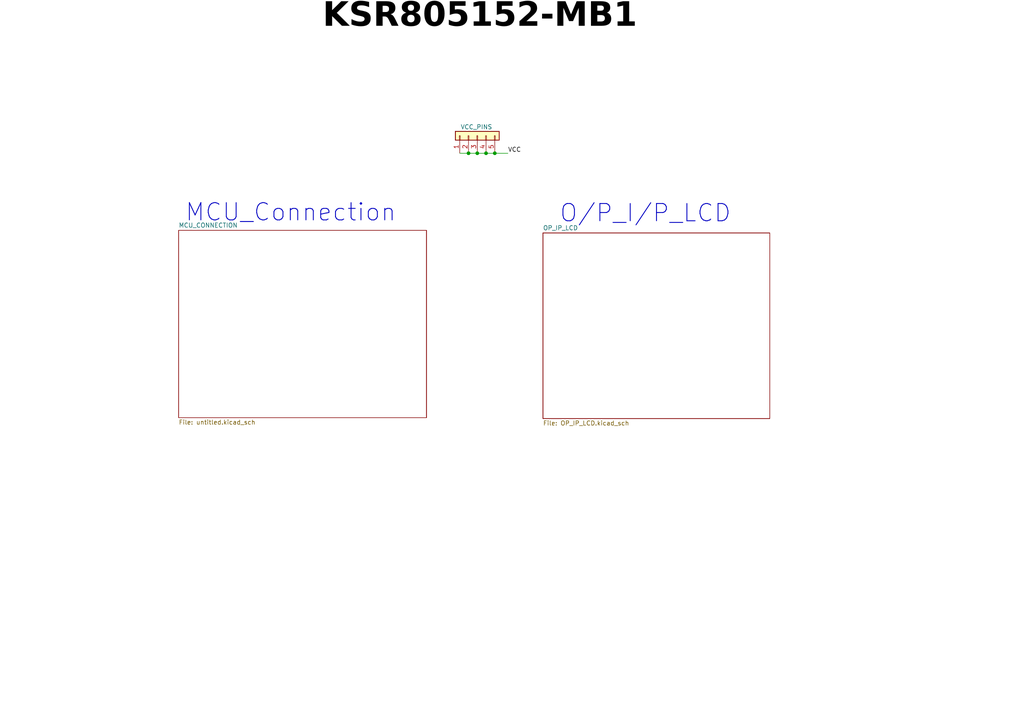
<source format=kicad_sch>
(kicad_sch
	(version 20231120)
	(generator "eeschema")
	(generator_version "8.0")
	(uuid "99a522d0-89f2-4624-8a03-f80309163bf2")
	(paper "A4")
	(title_block
		(title "8051_DEV_BOARD")
		(date "2025-02-09")
		(company "techMake")
		(comment 1 "KRISHNENDU DINDA")
		(comment 2 "reachtodinda@gmail.com")
		(comment 3 "krishnendudinda404@gmail.com")
		(comment 4 "9134412458")
	)
	(lib_symbols
		(symbol "Connector_Generic:Conn_01x05"
			(pin_names
				(offset 1.016) hide)
			(exclude_from_sim no)
			(in_bom yes)
			(on_board yes)
			(property "Reference" "J"
				(at 0 7.62 0)
				(effects
					(font
						(size 1.27 1.27)
					)
				)
			)
			(property "Value" "Conn_01x05"
				(at 0 -7.62 0)
				(effects
					(font
						(size 1.27 1.27)
					)
				)
			)
			(property "Footprint" ""
				(at 0 0 0)
				(effects
					(font
						(size 1.27 1.27)
					)
					(hide yes)
				)
			)
			(property "Datasheet" "~"
				(at 0 0 0)
				(effects
					(font
						(size 1.27 1.27)
					)
					(hide yes)
				)
			)
			(property "Description" "Generic connector, single row, 01x05, script generated (kicad-library-utils/schlib/autogen/connector/)"
				(at 0 0 0)
				(effects
					(font
						(size 1.27 1.27)
					)
					(hide yes)
				)
			)
			(property "ki_keywords" "connector"
				(at 0 0 0)
				(effects
					(font
						(size 1.27 1.27)
					)
					(hide yes)
				)
			)
			(property "ki_fp_filters" "Connector*:*_1x??_*"
				(at 0 0 0)
				(effects
					(font
						(size 1.27 1.27)
					)
					(hide yes)
				)
			)
			(symbol "Conn_01x05_1_1"
				(rectangle
					(start -1.27 -4.953)
					(end 0 -5.207)
					(stroke
						(width 0.1524)
						(type default)
					)
					(fill
						(type none)
					)
				)
				(rectangle
					(start -1.27 -2.413)
					(end 0 -2.667)
					(stroke
						(width 0.1524)
						(type default)
					)
					(fill
						(type none)
					)
				)
				(rectangle
					(start -1.27 0.127)
					(end 0 -0.127)
					(stroke
						(width 0.1524)
						(type default)
					)
					(fill
						(type none)
					)
				)
				(rectangle
					(start -1.27 2.667)
					(end 0 2.413)
					(stroke
						(width 0.1524)
						(type default)
					)
					(fill
						(type none)
					)
				)
				(rectangle
					(start -1.27 5.207)
					(end 0 4.953)
					(stroke
						(width 0.1524)
						(type default)
					)
					(fill
						(type none)
					)
				)
				(rectangle
					(start -1.27 6.35)
					(end 1.27 -6.35)
					(stroke
						(width 0.254)
						(type default)
					)
					(fill
						(type background)
					)
				)
				(pin passive line
					(at -5.08 5.08 0)
					(length 3.81)
					(name "Pin_1"
						(effects
							(font
								(size 1.27 1.27)
							)
						)
					)
					(number "1"
						(effects
							(font
								(size 1.27 1.27)
							)
						)
					)
				)
				(pin passive line
					(at -5.08 2.54 0)
					(length 3.81)
					(name "Pin_2"
						(effects
							(font
								(size 1.27 1.27)
							)
						)
					)
					(number "2"
						(effects
							(font
								(size 1.27 1.27)
							)
						)
					)
				)
				(pin passive line
					(at -5.08 0 0)
					(length 3.81)
					(name "Pin_3"
						(effects
							(font
								(size 1.27 1.27)
							)
						)
					)
					(number "3"
						(effects
							(font
								(size 1.27 1.27)
							)
						)
					)
				)
				(pin passive line
					(at -5.08 -2.54 0)
					(length 3.81)
					(name "Pin_4"
						(effects
							(font
								(size 1.27 1.27)
							)
						)
					)
					(number "4"
						(effects
							(font
								(size 1.27 1.27)
							)
						)
					)
				)
				(pin passive line
					(at -5.08 -5.08 0)
					(length 3.81)
					(name "Pin_5"
						(effects
							(font
								(size 1.27 1.27)
							)
						)
					)
					(number "5"
						(effects
							(font
								(size 1.27 1.27)
							)
						)
					)
				)
			)
		)
	)
	(junction
		(at 138.43 44.45)
		(diameter 0)
		(color 0 0 0 0)
		(uuid "2b86294a-3397-4491-9688-2aac7588c831")
	)
	(junction
		(at 143.51 44.45)
		(diameter 0)
		(color 0 0 0 0)
		(uuid "41e759da-e502-439b-b037-d056d5a8efaa")
	)
	(junction
		(at 140.97 44.45)
		(diameter 0)
		(color 0 0 0 0)
		(uuid "7c6f1a3f-a8e6-4872-845b-d628e07d0a9a")
	)
	(junction
		(at 135.89 44.45)
		(diameter 0)
		(color 0 0 0 0)
		(uuid "8bbd60ca-5b87-40f8-b4a9-f47e37272628")
	)
	(wire
		(pts
			(xy 143.51 44.45) (xy 147.32 44.45)
		)
		(stroke
			(width 0)
			(type default)
		)
		(uuid "25662fae-abdf-4069-84c1-5cb4946d0f52")
	)
	(wire
		(pts
			(xy 140.97 44.45) (xy 143.51 44.45)
		)
		(stroke
			(width 0)
			(type default)
		)
		(uuid "8f796a28-8d40-429a-899b-3983bdafc80a")
	)
	(wire
		(pts
			(xy 133.35 44.45) (xy 135.89 44.45)
		)
		(stroke
			(width 0)
			(type default)
		)
		(uuid "9383b383-918a-451a-8d10-f293a8c66d2f")
	)
	(wire
		(pts
			(xy 138.43 44.45) (xy 140.97 44.45)
		)
		(stroke
			(width 0)
			(type default)
		)
		(uuid "bc2bc4a7-a411-4cd4-91cb-96aecf085e1b")
	)
	(wire
		(pts
			(xy 135.89 44.45) (xy 138.43 44.45)
		)
		(stroke
			(width 0)
			(type default)
		)
		(uuid "fdc4c85c-f541-43dc-bc1e-96cc8aa12c8b")
	)
	(text "MCU_Connection"
		(exclude_from_sim no)
		(at 84.328 61.722 0)
		(effects
			(font
				(size 5 5)
				(thickness 0.254)
				(bold yes)
			)
		)
		(uuid "1418e132-b10a-40ba-9c20-82e2ab646de5")
	)
	(text "O/P_I/P_LCD"
		(exclude_from_sim no)
		(at 187.198 61.976 0)
		(effects
			(font
				(size 5 5)
				(thickness 0.254)
				(bold yes)
			)
		)
		(uuid "766a6f38-4cd1-469c-b094-e00bec8526b4")
	)
	(text "KSR805152-MB1"
		(exclude_from_sim no)
		(at 139.192 6.604 0)
		(effects
			(font
				(face "Calibri")
				(size 7 7)
				(thickness 2)
				(bold yes)
				(color 0 0 0 1)
			)
		)
		(uuid "80090313-a38b-4f58-b077-ec45edb62ea1")
	)
	(label "VCC"
		(at 147.32 44.45 0)
		(fields_autoplaced yes)
		(effects
			(font
				(size 1.27 1.27)
			)
			(justify left bottom)
		)
		(uuid "cedddf17-197e-483d-8eb1-9b7937ce09ac")
	)
	(symbol
		(lib_id "Connector_Generic:Conn_01x05")
		(at 138.43 39.37 90)
		(unit 1)
		(exclude_from_sim no)
		(in_bom yes)
		(on_board yes)
		(dnp no)
		(uuid "7c852a3a-4662-4d63-89c0-c91de89b4e9c")
		(property "Reference" "J9"
			(at 138.43 33.02 90)
			(effects
				(font
					(size 1.27 1.27)
				)
				(hide yes)
			)
		)
		(property "Value" "VCC_PINS"
			(at 138.176 36.83 90)
			(effects
				(font
					(size 1.27 1.27)
				)
			)
		)
		(property "Footprint" "Connector_PinHeader_2.54mm:PinHeader_1x05_P2.54mm_Vertical"
			(at 138.43 39.37 0)
			(effects
				(font
					(size 1.27 1.27)
				)
				(hide yes)
			)
		)
		(property "Datasheet" "~"
			(at 138.43 39.37 0)
			(effects
				(font
					(size 1.27 1.27)
				)
				(hide yes)
			)
		)
		(property "Description" "Generic connector, single row, 01x05, script generated (kicad-library-utils/schlib/autogen/connector/)"
			(at 138.43 39.37 0)
			(effects
				(font
					(size 1.27 1.27)
				)
				(hide yes)
			)
		)
		(pin "2"
			(uuid "1a6215a7-eb2b-4516-a7de-412131e6204e")
		)
		(pin "3"
			(uuid "741b87fd-c571-4f5c-8804-484a151c2799")
		)
		(pin "4"
			(uuid "3eb0a4d4-104d-4403-8ee7-cb237d2c5657")
		)
		(pin "1"
			(uuid "a1e78c47-1221-491c-9fe9-38686b0777ed")
		)
		(pin "5"
			(uuid "c0b8ec49-bc86-4e4a-bc85-684174920ad8")
		)
		(instances
			(project "8051_DEVboard"
				(path "/99a522d0-89f2-4624-8a03-f80309163bf2"
					(reference "J9")
					(unit 1)
				)
			)
		)
	)
	(sheet
		(at 157.48 67.564)
		(size 65.786 53.848)
		(fields_autoplaced yes)
		(stroke
			(width 0.1524)
			(type solid)
		)
		(fill
			(color 0 0 0 0.0000)
		)
		(uuid "c7e16d1e-2c51-424c-b01e-fb245955ec94")
		(property "Sheetname" "OP_IP_LCD"
			(at 157.48 66.8524 0)
			(effects
				(font
					(size 1.27 1.27)
				)
				(justify left bottom)
			)
		)
		(property "Sheetfile" "OP_IP_LCD.kicad_sch"
			(at 157.48 121.9966 0)
			(effects
				(font
					(size 1.27 1.27)
				)
				(justify left top)
			)
		)
		(instances
			(project "8051_DEVboard"
				(path "/99a522d0-89f2-4624-8a03-f80309163bf2"
					(page "4")
				)
			)
		)
	)
	(sheet
		(at 51.816 66.802)
		(size 71.882 54.356)
		(fields_autoplaced yes)
		(stroke
			(width 0.1524)
			(type solid)
		)
		(fill
			(color 0 0 0 0.0000)
		)
		(uuid "eace9eb7-1634-437f-a260-ec54521076e1")
		(property "Sheetname" "MCU_CONNECTION"
			(at 51.816 66.0904 0)
			(effects
				(font
					(size 1.27 1.27)
				)
				(justify left bottom)
			)
		)
		(property "Sheetfile" "untitled.kicad_sch"
			(at 51.816 121.7426 0)
			(effects
				(font
					(size 1.27 1.27)
				)
				(justify left top)
			)
		)
		(instances
			(project "8051_DEVboard"
				(path "/99a522d0-89f2-4624-8a03-f80309163bf2"
					(page "2")
				)
			)
		)
	)
	(sheet_instances
		(path "/"
			(page "1")
		)
	)
)

</source>
